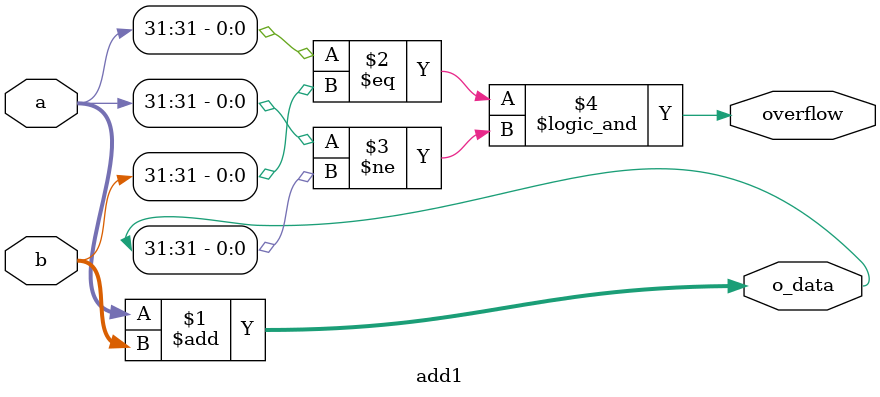
<source format=v>
module add1 (
    input [31:0] a,
    input [31:0] b,
    output [31:0] o_data,
    output overflow
);

// this module is to get the addr for PC, in instruction beq and bne
assign o_data=a+b;
assign overflow=(a[31]==b[31]&&a[31]!=o_data[31]);
endmodule //add1
</source>
